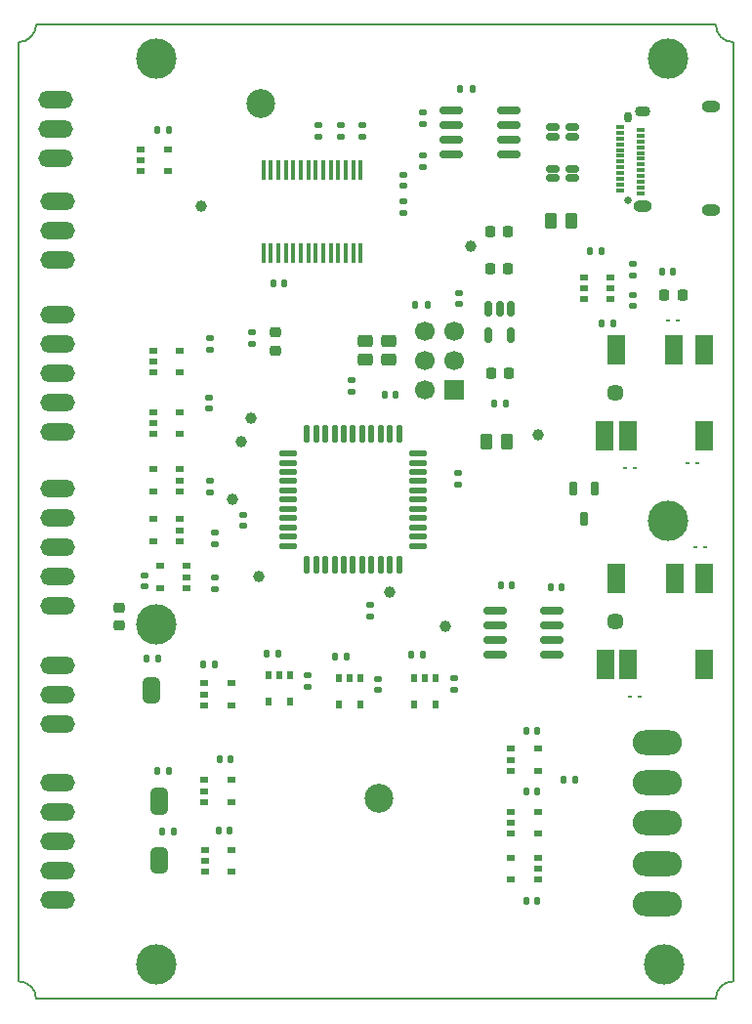
<source format=gbr>
%TF.GenerationSoftware,KiCad,Pcbnew,9.0.2*%
%TF.CreationDate,2025-07-11T15:34:56+01:00*%
%TF.ProjectId,FastStepper,46617374-5374-4657-9070-65722e6b6963,rev?*%
%TF.SameCoordinates,PX71f712cPY8e18f40*%
%TF.FileFunction,Soldermask,Top*%
%TF.FilePolarity,Negative*%
%FSLAX46Y46*%
G04 Gerber Fmt 4.6, Leading zero omitted, Abs format (unit mm)*
G04 Created by KiCad (PCBNEW 9.0.2) date 2025-07-11 15:34:56*
%MOMM*%
%LPD*%
G01*
G04 APERTURE LIST*
G04 Aperture macros list*
%AMRoundRect*
0 Rectangle with rounded corners*
0 $1 Rounding radius*
0 $2 $3 $4 $5 $6 $7 $8 $9 X,Y pos of 4 corners*
0 Add a 4 corners polygon primitive as box body*
4,1,4,$2,$3,$4,$5,$6,$7,$8,$9,$2,$3,0*
0 Add four circle primitives for the rounded corners*
1,1,$1+$1,$2,$3*
1,1,$1+$1,$4,$5*
1,1,$1+$1,$6,$7*
1,1,$1+$1,$8,$9*
0 Add four rect primitives between the rounded corners*
20,1,$1+$1,$2,$3,$4,$5,0*
20,1,$1+$1,$4,$5,$6,$7,0*
20,1,$1+$1,$6,$7,$8,$9,0*
20,1,$1+$1,$8,$9,$2,$3,0*%
%AMFreePoly0*
4,1,23,0.500000,-0.750000,0.000000,-0.750000,0.000000,-0.745722,-0.065263,-0.745722,-0.191342,-0.711940,-0.304381,-0.646677,-0.396677,-0.554381,-0.461940,-0.441342,-0.495722,-0.315263,-0.495722,-0.250000,-0.500000,-0.250000,-0.500000,0.250000,-0.495722,0.250000,-0.495722,0.315263,-0.461940,0.441342,-0.396677,0.554381,-0.304381,0.646677,-0.191342,0.711940,-0.065263,0.745722,0.000000,0.745722,
0.000000,0.750000,0.500000,0.750000,0.500000,-0.750000,0.500000,-0.750000,$1*%
%AMFreePoly1*
4,1,23,0.000000,0.745722,0.065263,0.745722,0.191342,0.711940,0.304381,0.646677,0.396677,0.554381,0.461940,0.441342,0.495722,0.315263,0.495722,0.250000,0.500000,0.250000,0.500000,-0.250000,0.495722,-0.250000,0.495722,-0.315263,0.461940,-0.441342,0.396677,-0.554381,0.304381,-0.646677,0.191342,-0.711940,0.065263,-0.745722,0.000000,-0.745722,0.000000,-0.750000,-0.500000,-0.750000,
-0.500000,0.750000,0.000000,0.750000,0.000000,0.745722,0.000000,0.745722,$1*%
G04 Aperture macros list end*
%ADD10RoundRect,0.140000X0.170000X-0.140000X0.170000X0.140000X-0.170000X0.140000X-0.170000X-0.140000X0*%
%ADD11RoundRect,0.135000X0.185000X-0.135000X0.185000X0.135000X-0.185000X0.135000X-0.185000X-0.135000X0*%
%ADD12RoundRect,0.140000X-0.170000X0.140000X-0.170000X-0.140000X0.170000X-0.140000X0.170000X0.140000X0*%
%ADD13RoundRect,0.135000X-0.135000X-0.185000X0.135000X-0.185000X0.135000X0.185000X-0.135000X0.185000X0*%
%ADD14O,3.000000X1.500000*%
%ADD15RoundRect,0.225000X-0.225000X-0.250000X0.225000X-0.250000X0.225000X0.250000X-0.225000X0.250000X0*%
%ADD16RoundRect,0.140000X0.140000X0.170000X-0.140000X0.170000X-0.140000X-0.170000X0.140000X-0.170000X0*%
%ADD17RoundRect,0.250000X0.400000X0.300000X-0.400000X0.300000X-0.400000X-0.300000X0.400000X-0.300000X0*%
%ADD18C,2.500000*%
%ADD19R,0.700000X0.510000*%
%ADD20RoundRect,0.102000X0.450000X0.200000X-0.450000X0.200000X-0.450000X-0.200000X0.450000X-0.200000X0*%
%ADD21RoundRect,0.062500X0.117500X0.062500X-0.117500X0.062500X-0.117500X-0.062500X0.117500X-0.062500X0*%
%ADD22RoundRect,0.062500X-0.117500X-0.062500X0.117500X-0.062500X0.117500X0.062500X-0.117500X0.062500X0*%
%ADD23RoundRect,0.150000X-0.825000X-0.150000X0.825000X-0.150000X0.825000X0.150000X-0.825000X0.150000X0*%
%ADD24R,1.700000X1.700000*%
%ADD25C,1.700000*%
%ADD26FreePoly0,90.000000*%
%ADD27FreePoly1,90.000000*%
%ADD28C,1.000000*%
%ADD29R,0.510000X0.700000*%
%ADD30RoundRect,0.137500X-0.600000X-0.137500X0.600000X-0.137500X0.600000X0.137500X-0.600000X0.137500X0*%
%ADD31RoundRect,0.137500X-0.137500X-0.600000X0.137500X-0.600000X0.137500X0.600000X-0.137500X0.600000X0*%
%ADD32C,1.450000*%
%ADD33R,1.600000X2.500000*%
%ADD34R,0.450000X1.750000*%
%ADD35RoundRect,0.250000X-0.262500X-0.450000X0.262500X-0.450000X0.262500X0.450000X-0.262500X0.450000X0*%
%ADD36C,3.500000*%
%ADD37RoundRect,0.135000X0.135000X0.185000X-0.135000X0.185000X-0.135000X-0.185000X0.135000X-0.185000X0*%
%ADD38RoundRect,0.140000X-0.140000X-0.170000X0.140000X-0.170000X0.140000X0.170000X-0.140000X0.170000X0*%
%ADD39C,0.650000*%
%ADD40O,0.650000X0.950000*%
%ADD41R,0.700000X0.300000*%
%ADD42O,1.600000X1.000000*%
%ADD43O,1.350000X0.900000*%
%ADD44RoundRect,0.225000X0.225000X0.250000X-0.225000X0.250000X-0.225000X-0.250000X0.225000X-0.250000X0*%
%ADD45RoundRect,0.218750X-0.256250X0.218750X-0.256250X-0.218750X0.256250X-0.218750X0.256250X0.218750X0*%
%ADD46RoundRect,0.150000X-0.150000X0.512500X-0.150000X-0.512500X0.150000X-0.512500X0.150000X0.512500X0*%
%ADD47RoundRect,0.135000X-0.185000X0.135000X-0.185000X-0.135000X0.185000X-0.135000X0.185000X0.135000X0*%
%ADD48O,4.267200X2.133600*%
%ADD49RoundRect,0.250000X0.262500X0.450000X-0.262500X0.450000X-0.262500X-0.450000X0.262500X-0.450000X0*%
%ADD50RoundRect,0.225000X-0.250000X0.225000X-0.250000X-0.225000X0.250000X-0.225000X0.250000X0.225000X0*%
%ADD51RoundRect,0.162500X-0.162500X0.447500X-0.162500X-0.447500X0.162500X-0.447500X0.162500X0.447500X0*%
%TA.AperFunction,Profile*%
%ADD52C,0.152400*%
%TD*%
%TA.AperFunction,Profile*%
%ADD53C,0.150000*%
%TD*%
G04 APERTURE END LIST*
%TO.C,JP3*%
G36*
X10748900Y26600000D02*
G01*
X12248900Y26600000D01*
X12248900Y26900000D01*
X10748900Y26900000D01*
X10748900Y26600000D01*
G37*
%TO.C,JP2*%
G36*
X11398900Y11850000D02*
G01*
X12898900Y11850000D01*
X12898900Y12150000D01*
X11398900Y12150000D01*
X11398900Y11850000D01*
G37*
%TO.C,JP1*%
G36*
X11398900Y16950000D02*
G01*
X12898900Y16950000D01*
X12898900Y17250000D01*
X11398900Y17250000D01*
X11398900Y16950000D01*
G37*
%TD*%
D10*
%TO.C,C17*%
X16486000Y51126600D03*
X16486000Y52086600D03*
%TD*%
D11*
%TO.C,R2*%
X53248900Y62640000D03*
X53248900Y63660000D03*
%TD*%
D10*
%TO.C,C14*%
X16613000Y56270000D03*
X16613000Y57230000D03*
%TD*%
D12*
%TO.C,C30*%
X25019000Y28005400D03*
X25019000Y27045400D03*
%TD*%
D13*
%TO.C,R14*%
X21461000Y29938400D03*
X22481000Y29938400D03*
%TD*%
D14*
%TO.C,X3*%
X3200000Y77933400D03*
X3200000Y75393400D03*
X3200000Y72853400D03*
%TD*%
D15*
%TO.C,C24*%
X55973900Y61000000D03*
X57523900Y61000000D03*
%TD*%
D16*
%TO.C,C32*%
X44978900Y8500000D03*
X44018900Y8500000D03*
%TD*%
D10*
%TO.C,C29*%
X19488200Y40959000D03*
X19488200Y41919000D03*
%TD*%
D13*
%TO.C,R22*%
X12438900Y14500000D03*
X13458900Y14500000D03*
%TD*%
D17*
%TO.C,X6*%
X32098900Y57000000D03*
X29998900Y57000000D03*
X29998900Y55350000D03*
X32098900Y55350000D03*
%TD*%
D18*
%TO.C,J6*%
X31198900Y17400000D03*
%TD*%
D19*
%TO.C,IC6*%
X13987000Y43974400D03*
X13987000Y44924400D03*
X13987000Y45874400D03*
X11667000Y45874400D03*
X11667000Y43974400D03*
%TD*%
%TO.C,IC22*%
X42678900Y21650000D03*
X42678900Y20700000D03*
X42678900Y19750000D03*
X44998900Y19750000D03*
X44998900Y21650000D03*
%TD*%
D12*
%TO.C,C31*%
X31103971Y27733623D03*
X31103971Y26773623D03*
%TD*%
D16*
%TO.C,C18*%
X56728900Y63000000D03*
X55768900Y63000000D03*
%TD*%
D19*
%TO.C,U1*%
X48998900Y62500000D03*
X48998900Y61550000D03*
X48998900Y60600000D03*
X51318900Y60600000D03*
X51318900Y61550000D03*
X51318900Y62500000D03*
%TD*%
D20*
%TO.C,FL1*%
X48011400Y71900000D03*
X46311400Y71900000D03*
X46311400Y71100000D03*
X48011400Y71100000D03*
%TD*%
D10*
%TO.C,C36*%
X53248900Y60020000D03*
X53248900Y60980000D03*
%TD*%
D11*
%TO.C,R27*%
X34998900Y75790000D03*
X34998900Y76810000D03*
%TD*%
D14*
%TO.C,X4*%
X3356000Y69131400D03*
X3356000Y66591400D03*
X3356000Y64051400D03*
%TD*%
D21*
%TO.C,D1*%
X57978900Y46400000D03*
X58818900Y46400000D03*
%TD*%
D22*
%TO.C,D2*%
X57118900Y58750000D03*
X56278900Y58750000D03*
%TD*%
D19*
%TO.C,IC13*%
X16088900Y18950000D03*
X16088900Y18000000D03*
X16088900Y17050000D03*
X18408900Y17050000D03*
X18408900Y18950000D03*
%TD*%
D23*
%TO.C,U2*%
X37523900Y76955000D03*
X37523900Y75685000D03*
X37523900Y74415000D03*
X37523900Y73145000D03*
X42473900Y73145000D03*
X42473900Y74415000D03*
X42473900Y75685000D03*
X42473900Y76955000D03*
%TD*%
D24*
%TO.C,SV2*%
X37748900Y52750000D03*
D25*
X35208900Y52750000D03*
X37748900Y55290000D03*
X35208900Y55290000D03*
X37748900Y57830000D03*
X35208900Y57830000D03*
%TD*%
D26*
%TO.C,JP3*%
X11498900Y26100000D03*
D27*
X11498900Y27400000D03*
%TD*%
D28*
%TO.C,TP4*%
X20098900Y50300000D03*
%TD*%
D23*
%TO.C,U3*%
X41298900Y33610000D03*
X41298900Y32340000D03*
X41298900Y31070000D03*
X41298900Y29800000D03*
X46248900Y29800000D03*
X46248900Y31070000D03*
X46248900Y32340000D03*
X46248900Y33610000D03*
%TD*%
D19*
%TO.C,IC2*%
X11667000Y56161400D03*
X11667000Y55211400D03*
X11667000Y54261400D03*
X13987000Y54261400D03*
X13987000Y56161400D03*
%TD*%
D13*
%TO.C,R25*%
X50488900Y58550000D03*
X51508900Y58550000D03*
%TD*%
D26*
%TO.C,JP2*%
X12148900Y11350000D03*
D27*
X12148900Y12650000D03*
%TD*%
D19*
%TO.C,IC5*%
X13987000Y39656400D03*
X13987000Y40606400D03*
X13987000Y41556400D03*
X11667000Y41556400D03*
X11667000Y39656400D03*
%TD*%
D18*
%TO.C,J4*%
X20998900Y77600000D03*
%TD*%
D29*
%TO.C,IC15*%
X36129000Y27796400D03*
X35179000Y27796400D03*
X34229000Y27796400D03*
X34229000Y25476400D03*
X36129000Y25476400D03*
%TD*%
D30*
%TO.C,IC8*%
X23310500Y47243400D03*
X23310500Y46443400D03*
X23310500Y45643400D03*
X23310500Y44843400D03*
X23310500Y44043400D03*
X23310500Y43243400D03*
X23310500Y42443400D03*
X23310500Y41643400D03*
X23310500Y40843400D03*
X23310500Y40043400D03*
X23310500Y39243400D03*
D31*
X24973000Y37580900D03*
X25773000Y37580900D03*
X26573000Y37580900D03*
X27373000Y37580900D03*
X28173000Y37580900D03*
X28973000Y37580900D03*
X29773000Y37580900D03*
X30573000Y37580900D03*
X31373000Y37580900D03*
X32173000Y37580900D03*
X32973000Y37580900D03*
D30*
X34635500Y39243400D03*
X34635500Y40043400D03*
X34635500Y40843400D03*
X34635500Y41643400D03*
X34635500Y42443400D03*
X34635500Y43243400D03*
X34635500Y44043400D03*
X34635500Y44843400D03*
X34635500Y45643400D03*
X34635500Y46443400D03*
X34635500Y47243400D03*
D31*
X32973000Y48905900D03*
X32173000Y48905900D03*
X31373000Y48905900D03*
X30573000Y48905900D03*
X29773000Y48905900D03*
X28973000Y48905900D03*
X28173000Y48905900D03*
X27373000Y48905900D03*
X26573000Y48905900D03*
X25773000Y48905900D03*
X24973000Y48905900D03*
%TD*%
D32*
%TO.C,J2*%
X51733666Y32700000D03*
D33*
X59433666Y36450000D03*
X52833666Y28950000D03*
X56833666Y36450000D03*
X59433666Y28950000D03*
X50833666Y28950000D03*
X51833666Y36450000D03*
%TD*%
D16*
%TO.C,C33*%
X44978900Y23250000D03*
X44018900Y23250000D03*
%TD*%
D22*
%TO.C,D7*%
X59518900Y39100000D03*
X58678900Y39100000D03*
%TD*%
D28*
%TO.C,TP10*%
X15798900Y68700000D03*
%TD*%
D29*
%TO.C,IC16*%
X29652000Y27796400D03*
X28702000Y27796400D03*
X27752000Y27796400D03*
X27752000Y25476400D03*
X29652000Y25476400D03*
%TD*%
D34*
%TO.C,IC1*%
X21198900Y64597207D03*
X21848900Y64597207D03*
X22498900Y64597207D03*
X23148900Y64597207D03*
X23798900Y64597207D03*
X24448900Y64597207D03*
X25098900Y64597207D03*
X25748900Y64597207D03*
X26398900Y64597207D03*
X27048900Y64597207D03*
X27698900Y64597207D03*
X28348900Y64597207D03*
X28998900Y64597207D03*
X29648900Y64597207D03*
X29648900Y71797207D03*
X28998900Y71797207D03*
X28348900Y71797207D03*
X27698900Y71797207D03*
X27048900Y71797207D03*
X26398900Y71797207D03*
X25748900Y71797207D03*
X25098900Y71797207D03*
X24448900Y71797207D03*
X23798900Y71797207D03*
X23148900Y71797207D03*
X22498900Y71797207D03*
X21848900Y71797207D03*
X21198900Y71797207D03*
%TD*%
D28*
%TO.C,TP11*%
X36998900Y32250000D03*
%TD*%
%TO.C,TP13*%
X39198900Y65200000D03*
%TD*%
D35*
%TO.C,L1*%
X46086400Y67400000D03*
X47911400Y67400000D03*
%TD*%
D36*
%TO.C,SC1*%
X11898900Y81500000D03*
%TD*%
D16*
%TO.C,C20*%
X18286900Y14607000D03*
X17326900Y14607000D03*
%TD*%
D19*
%TO.C,IC18*%
X16088900Y27332400D03*
X16088900Y26382400D03*
X16088900Y25432400D03*
X18408900Y25432400D03*
X18408900Y27332400D03*
%TD*%
D20*
%TO.C,FL2*%
X47966400Y75500000D03*
X46266400Y75500000D03*
X46266400Y74700000D03*
X47966400Y74700000D03*
%TD*%
D37*
%TO.C,R24*%
X39308900Y78800000D03*
X38288900Y78800000D03*
%TD*%
D16*
%TO.C,C9*%
X23010000Y62000000D03*
X22050000Y62000000D03*
%TD*%
D22*
%TO.C,D3*%
X53418900Y46000000D03*
X52578900Y46000000D03*
%TD*%
D10*
%TO.C,C27*%
X28892400Y52604200D03*
X28892400Y53564200D03*
%TD*%
D13*
%TO.C,R15*%
X47238900Y19000000D03*
X48258900Y19000000D03*
%TD*%
D38*
%TO.C,C21*%
X16018900Y29000000D03*
X16978900Y29000000D03*
%TD*%
D26*
%TO.C,JP1*%
X12148900Y16450000D03*
D27*
X12148900Y17750000D03*
%TD*%
D39*
%TO.C,J1*%
X52833900Y69187500D03*
D40*
X52833900Y76387500D03*
D41*
X52173900Y70037500D03*
X52173900Y70537500D03*
X52173900Y71037500D03*
X52173900Y71537500D03*
X52173900Y72037500D03*
X52173900Y72537500D03*
X52173900Y73037500D03*
X52173900Y73537500D03*
X52173900Y74037500D03*
X52173900Y74537500D03*
X52173900Y75037500D03*
X52173900Y75537500D03*
X53873900Y75287500D03*
X53873900Y74787500D03*
X53873900Y74287500D03*
X53873900Y73787500D03*
X53873900Y73287500D03*
X53873900Y72787500D03*
X53873900Y72287500D03*
X53873900Y71787500D03*
X53873900Y71287500D03*
X53873900Y70787500D03*
X53873900Y70287500D03*
X53873900Y69787500D03*
D42*
X60033900Y68297500D03*
X54083900Y68657500D03*
D43*
X54083900Y76917500D03*
D42*
X60033900Y77277500D03*
%TD*%
D15*
%TO.C,C8*%
X40853400Y66493600D03*
X42403400Y66493600D03*
%TD*%
D12*
%TO.C,C22*%
X37719000Y27751400D03*
X37719000Y26791400D03*
%TD*%
D44*
%TO.C,C11*%
X42510800Y54165400D03*
X40960800Y54165400D03*
%TD*%
D19*
%TO.C,IC11*%
X11667000Y50827400D03*
X11667000Y49877400D03*
X11667000Y48927400D03*
X13987000Y48927400D03*
X13987000Y50827400D03*
%TD*%
D36*
%TO.C,SC1*%
X55981414Y3000000D03*
%TD*%
D16*
%TO.C,C25*%
X32677400Y52304400D03*
X31717400Y52304400D03*
%TD*%
D19*
%TO.C,IC4*%
X14558900Y35592400D03*
X14558900Y36542400D03*
X14558900Y37492400D03*
X12238900Y37492400D03*
X12238900Y35592400D03*
%TD*%
D12*
%TO.C,C26*%
X38040600Y45529200D03*
X38040600Y44569200D03*
%TD*%
D15*
%TO.C,C10*%
X40833800Y63284000D03*
X42383800Y63284000D03*
%TD*%
D45*
%TO.C,STATE0*%
X22208000Y57758900D03*
X22208000Y56183900D03*
%TD*%
D28*
%TO.C,TP6*%
X18525000Y43243400D03*
%TD*%
D29*
%TO.C,IC17*%
X23556000Y28050400D03*
X22606000Y28050400D03*
X21656000Y28050400D03*
X21656000Y25730400D03*
X23556000Y25730400D03*
%TD*%
D36*
%TO.C,SC1*%
X56248900Y41400000D03*
%TD*%
D16*
%TO.C,C34*%
X12978900Y75265946D03*
X12018900Y75265946D03*
%TD*%
D11*
%TO.C,R12*%
X16994800Y35521400D03*
X16994800Y36541400D03*
%TD*%
D16*
%TO.C,C3*%
X42778900Y35805000D03*
X41818900Y35805000D03*
%TD*%
D46*
%TO.C,IC3*%
X42635000Y59747900D03*
X41685000Y59747900D03*
X40735000Y59747900D03*
X40735000Y57472900D03*
X42635000Y57472900D03*
%TD*%
D14*
%TO.C,X10*%
X3400000Y28922400D03*
X3400000Y26382400D03*
X3400000Y23842400D03*
%TD*%
D12*
%TO.C,C38*%
X10870800Y36680000D03*
X10870800Y35720000D03*
%TD*%
D36*
%TO.C,SC1*%
X11898900Y32400000D03*
%TD*%
D13*
%TO.C,R34*%
X34395150Y60122200D03*
X35415150Y60122200D03*
%TD*%
D10*
%TO.C,C4*%
X33298900Y70420000D03*
X33298900Y71380000D03*
%TD*%
D11*
%TO.C,R18*%
X27896300Y74668207D03*
X27896300Y75688207D03*
%TD*%
D10*
%TO.C,C7*%
X29772900Y74718207D03*
X29772900Y75678207D03*
%TD*%
D11*
%TO.C,R6*%
X16613800Y43903400D03*
X16613800Y44923400D03*
%TD*%
D12*
%TO.C,C6*%
X33298900Y69080000D03*
X33298900Y68120000D03*
%TD*%
D13*
%TO.C,R23*%
X12038900Y19700000D03*
X13058900Y19700000D03*
%TD*%
D16*
%TO.C,C35*%
X44978900Y18000000D03*
X44018900Y18000000D03*
%TD*%
D19*
%TO.C,IC19*%
X44998900Y10300000D03*
X44998900Y11250000D03*
X44998900Y12200000D03*
X42678900Y12200000D03*
X42678900Y10300000D03*
%TD*%
D37*
%TO.C,R5*%
X50508900Y64750000D03*
X49488900Y64750000D03*
%TD*%
D11*
%TO.C,R1*%
X20210000Y56740000D03*
X20210000Y57760000D03*
%TD*%
D32*
%TO.C,J3*%
X51713900Y52500000D03*
D33*
X59413900Y56250000D03*
X52813900Y48750000D03*
X56813900Y56250000D03*
X59413900Y48750000D03*
X50813900Y48750000D03*
X51813900Y56250000D03*
%TD*%
D14*
%TO.C,X5*%
X3400000Y44165400D03*
X3400000Y41625400D03*
X3400000Y39085400D03*
X3400000Y36545400D03*
X3400000Y34005400D03*
%TD*%
D10*
%TO.C,C5*%
X25998900Y74718207D03*
X25998900Y75678207D03*
%TD*%
D19*
%TO.C,IC20*%
X42678900Y16200000D03*
X42678900Y15250000D03*
X42678900Y14300000D03*
X44998900Y14300000D03*
X44998900Y16200000D03*
%TD*%
D16*
%TO.C,C12*%
X42207200Y51561200D03*
X41247200Y51561200D03*
%TD*%
%TO.C,C19*%
X18363900Y20794000D03*
X17403900Y20794000D03*
%TD*%
D19*
%TO.C,IC14*%
X16138900Y12890000D03*
X16138900Y11940000D03*
X16138900Y10990000D03*
X18458900Y10990000D03*
X18458900Y12890000D03*
%TD*%
D38*
%TO.C,C37*%
X46123900Y35655000D03*
X47083900Y35655000D03*
%TD*%
D13*
%TO.C,R16*%
X11075856Y29500000D03*
X12095856Y29500000D03*
%TD*%
D19*
%TO.C,IC21*%
X10588900Y73615946D03*
X10588900Y72665946D03*
X10588900Y71715946D03*
X12908900Y71715946D03*
X12908900Y73615946D03*
%TD*%
D14*
%TO.C,X9*%
X3400000Y18762400D03*
X3400000Y16222400D03*
X3400000Y13682400D03*
X3400000Y11142400D03*
X3400000Y8602400D03*
%TD*%
D22*
%TO.C,D8*%
X53818900Y26200000D03*
X52978900Y26200000D03*
%TD*%
D12*
%TO.C,C28*%
X30488800Y34094000D03*
X30488800Y33134000D03*
%TD*%
D47*
%TO.C,R26*%
X34998900Y73110000D03*
X34998900Y72090000D03*
%TD*%
D36*
%TO.C,SC1*%
X56248900Y81500000D03*
%TD*%
D28*
%TO.C,TP5*%
X19248900Y48250000D03*
%TD*%
D36*
%TO.C,SC1*%
X11898900Y3000000D03*
%TD*%
D11*
%TO.C,R13*%
X16994800Y39394900D03*
X16994800Y40414900D03*
%TD*%
D48*
%TO.C,X1*%
X55348900Y8225000D03*
X55348900Y11725000D03*
X55348900Y15225000D03*
X55348900Y18725000D03*
X55348900Y22225000D03*
%TD*%
D49*
%TO.C,L2*%
X42323700Y48298000D03*
X40498700Y48298000D03*
%TD*%
D28*
%TO.C,TP1*%
X44998900Y48900000D03*
%TD*%
D14*
%TO.C,X2*%
X3400000Y59273400D03*
X3400000Y56733400D03*
X3400000Y54193400D03*
X3400000Y51653400D03*
X3400000Y49113400D03*
%TD*%
D50*
%TO.C,C39*%
X8698900Y33875000D03*
X8698900Y32325000D03*
%TD*%
D51*
%TO.C,Q1*%
X49948900Y44210000D03*
X48048900Y44210000D03*
X48998900Y41590000D03*
%TD*%
D13*
%TO.C,R11*%
X34034000Y29811400D03*
X35054000Y29811400D03*
%TD*%
D28*
%TO.C,TP8*%
X20794200Y36563200D03*
%TD*%
D10*
%TO.C,C13*%
X38144800Y60188250D03*
X38144800Y61148250D03*
%TD*%
D13*
%TO.C,R10*%
X27430000Y29684400D03*
X28450000Y29684400D03*
%TD*%
D28*
%TO.C,TP9*%
X32164000Y35273400D03*
%TD*%
D52*
X60423900Y0D02*
G75*
G02*
X61923900Y1500000I1500000J0D01*
G01*
X1500000Y0D02*
X60423900Y0D01*
X0Y1500000D02*
G75*
G02*
X1500000Y0I0J-1500000D01*
G01*
X1500000Y84400000D02*
G75*
G02*
X0Y82900000I-1500000J0D01*
G01*
D53*
X61923900Y1500000D02*
X61923900Y82900000D01*
D52*
X60423900Y84400000D02*
X1500000Y84400000D01*
X0Y82900000D02*
X0Y1500000D01*
X61923900Y82900000D02*
G75*
G02*
X60423900Y84400000I0J1500000D01*
G01*
M02*

</source>
